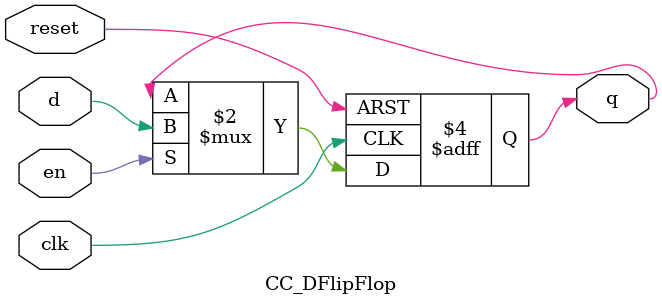
<source format=v>
module CC_DFlipFlop(clk, en, reset, d, q);
  parameter WIDTH=1;
  input clk;
  input en;
  input reset;
  input [WIDTH-1:0] d;
  output [WIDTH-1:0] q;
  reg [WIDTH-1:0] q;
  always @ (posedge clk or posedge reset)
  if (reset)
    q <= 0;
  else if (en)
    q <= d;
endmodule
</source>
